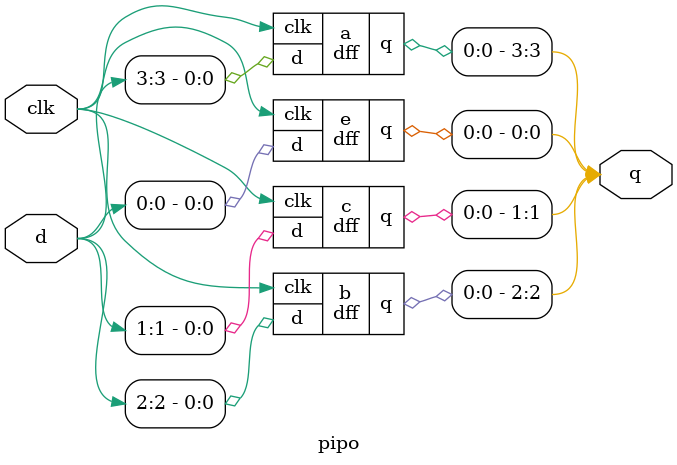
<source format=v>
module dff(d,clk,q);
    input d,clk;
    output q;
    reg q=0;
    always @ (posedge clk)
    begin
    q<=d;
    end
endmodule 
module pipo(d, clk, q);
    input [3:0]d;
input clk;
    output [3:0]q;
    dff a(d[3], clk, q[3]);
    dff b(d[2], clk, q[2]);
    dff c(d[1], clk, q[1]);
    dff e(d[0], clk, q[0]);
endmodule

</source>
